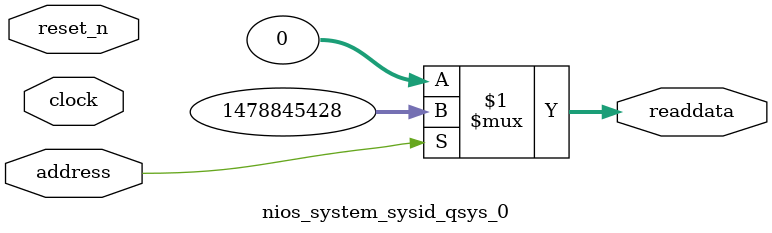
<source format=v>

`timescale 1ns / 1ps
// synthesis translate_on

// turn off superfluous verilog processor warnings 
// altera message_level Level1 
// altera message_off 10034 10035 10036 10037 10230 10240 10030 

module nios_system_sysid_qsys_0 (
               // inputs:
                address,
                clock,
                reset_n,

               // outputs:
                readdata
             )
;

  output  [ 31: 0] readdata;
  input            address;
  input            clock;
  input            reset_n;

  wire    [ 31: 0] readdata;
  //control_slave, which is an e_avalon_slave
  assign readdata = address ? 1478845428 : 0;

endmodule




</source>
